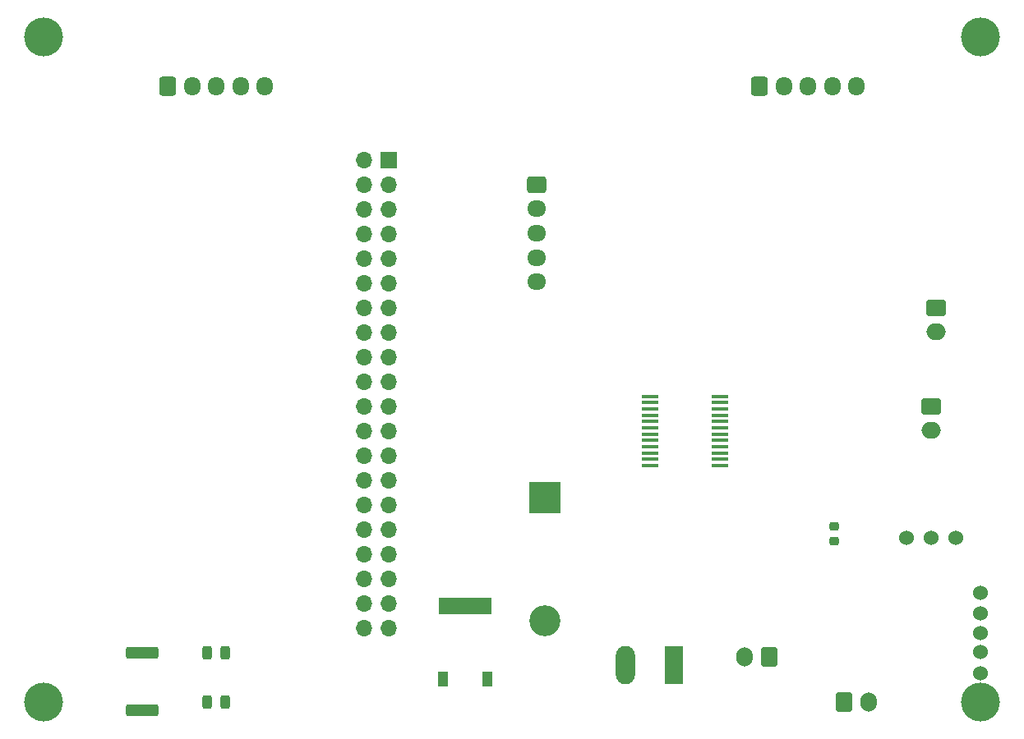
<source format=gts>
%TF.GenerationSoftware,KiCad,Pcbnew,(6.0.6)*%
%TF.CreationDate,2022-07-05T22:30:03+09:00*%
%TF.ProjectId,arliss,61726c69-7373-42e6-9b69-6361645f7063,rev?*%
%TF.SameCoordinates,Original*%
%TF.FileFunction,Soldermask,Top*%
%TF.FilePolarity,Negative*%
%FSLAX46Y46*%
G04 Gerber Fmt 4.6, Leading zero omitted, Abs format (unit mm)*
G04 Created by KiCad (PCBNEW (6.0.6)) date 2022-07-05 22:30:03*
%MOMM*%
%LPD*%
G01*
G04 APERTURE LIST*
G04 Aperture macros list*
%AMRoundRect*
0 Rectangle with rounded corners*
0 $1 Rounding radius*
0 $2 $3 $4 $5 $6 $7 $8 $9 X,Y pos of 4 corners*
0 Add a 4 corners polygon primitive as box body*
4,1,4,$2,$3,$4,$5,$6,$7,$8,$9,$2,$3,0*
0 Add four circle primitives for the rounded corners*
1,1,$1+$1,$2,$3*
1,1,$1+$1,$4,$5*
1,1,$1+$1,$6,$7*
1,1,$1+$1,$8,$9*
0 Add four rect primitives between the rounded corners*
20,1,$1+$1,$2,$3,$4,$5,0*
20,1,$1+$1,$4,$5,$6,$7,0*
20,1,$1+$1,$6,$7,$8,$9,0*
20,1,$1+$1,$8,$9,$2,$3,0*%
G04 Aperture macros list end*
%ADD10C,4.000000*%
%ADD11RoundRect,0.250000X-0.600000X-0.725000X0.600000X-0.725000X0.600000X0.725000X-0.600000X0.725000X0*%
%ADD12O,1.700000X1.950000*%
%ADD13R,1.700000X1.700000*%
%ADD14O,1.700000X1.700000*%
%ADD15RoundRect,0.243750X-0.243750X-0.456250X0.243750X-0.456250X0.243750X0.456250X-0.243750X0.456250X0*%
%ADD16C,1.524000*%
%ADD17R,1.000000X1.500000*%
%ADD18R,5.400000X1.700000*%
%ADD19R,3.200000X3.200000*%
%ADD20O,3.200000X3.200000*%
%ADD21RoundRect,0.250000X-0.750000X0.600000X-0.750000X-0.600000X0.750000X-0.600000X0.750000X0.600000X0*%
%ADD22O,2.000000X1.700000*%
%ADD23RoundRect,0.250000X-0.725000X0.600000X-0.725000X-0.600000X0.725000X-0.600000X0.725000X0.600000X0*%
%ADD24O,1.950000X1.700000*%
%ADD25RoundRect,0.250000X-0.600000X-0.750000X0.600000X-0.750000X0.600000X0.750000X-0.600000X0.750000X0*%
%ADD26O,1.700000X2.000000*%
%ADD27RoundRect,0.250000X0.600000X0.750000X-0.600000X0.750000X-0.600000X-0.750000X0.600000X-0.750000X0*%
%ADD28RoundRect,0.250000X1.425000X-0.362500X1.425000X0.362500X-1.425000X0.362500X-1.425000X-0.362500X0*%
%ADD29R,1.980000X3.960000*%
%ADD30O,1.980000X3.960000*%
%ADD31RoundRect,0.225000X-0.250000X0.225000X-0.250000X-0.225000X0.250000X-0.225000X0.250000X0.225000X0*%
%ADD32R,1.750000X0.450000*%
G04 APERTURE END LIST*
D10*
%TO.C,REF\u002A\u002A*%
X78740000Y-53340000D03*
%TD*%
D11*
%TO.C,GPS_MAXB1*%
X91520000Y-58412500D03*
D12*
X94020000Y-58412500D03*
X96520000Y-58412500D03*
X99020000Y-58412500D03*
X101520000Y-58412500D03*
%TD*%
D13*
%TO.C,J1*%
X114300000Y-66040000D03*
D14*
X111760000Y-66040000D03*
X114300000Y-68580000D03*
X111760000Y-68580000D03*
X114300000Y-71120000D03*
X111760000Y-71120000D03*
X114300000Y-73660000D03*
X111760000Y-73660000D03*
X114300000Y-76200000D03*
X111760000Y-76200000D03*
X114300000Y-78740000D03*
X111760000Y-78740000D03*
X114300000Y-81280000D03*
X111760000Y-81280000D03*
X114300000Y-83820000D03*
X111760000Y-83820000D03*
X114300000Y-86360000D03*
X111760000Y-86360000D03*
X114300000Y-88900000D03*
X111760000Y-88900000D03*
X114300000Y-91440000D03*
X111760000Y-91440000D03*
X114300000Y-93980000D03*
X111760000Y-93980000D03*
X114300000Y-96520000D03*
X111760000Y-96520000D03*
X114300000Y-99060000D03*
X111760000Y-99060000D03*
X114300000Y-101600000D03*
X111760000Y-101600000D03*
X114300000Y-104140000D03*
X111760000Y-104140000D03*
X114300000Y-106680000D03*
X111760000Y-106680000D03*
X114300000Y-109220000D03*
X111760000Y-109220000D03*
X114300000Y-111760000D03*
X111760000Y-111760000D03*
X114300000Y-114300000D03*
X111760000Y-114300000D03*
%TD*%
D15*
%TO.C,LED2*%
X95582500Y-116840000D03*
X97457500Y-116840000D03*
%TD*%
D16*
%TO.C,3V3Regu1*%
X172700000Y-104975000D03*
X170160000Y-104975000D03*
X167620000Y-104975000D03*
%TD*%
D17*
%TO.C,MOSFET1*%
X119870000Y-119570000D03*
D18*
X122170000Y-112020000D03*
D17*
X124470000Y-119570000D03*
%TD*%
D19*
%TO.C,stranger1*%
X130400000Y-100850000D03*
D20*
X130400000Y-113550000D03*
%TD*%
D15*
%TO.C,LED1*%
X95582500Y-121920000D03*
X97457500Y-121920000D03*
%TD*%
D21*
%TO.C,Motor_2*%
X170180000Y-91440000D03*
D22*
X170180000Y-93940000D03*
%TD*%
D16*
%TO.C,S1*%
X175200000Y-114800000D03*
X175200000Y-116800000D03*
X175200000Y-118950000D03*
X175200000Y-112800000D03*
X175200000Y-110650000D03*
%TD*%
D21*
%TO.C,Motor_1*%
X170630000Y-81280000D03*
D22*
X170630000Y-83780000D03*
%TD*%
D23*
%TO.C,Balom1*%
X129540000Y-68580000D03*
D24*
X129540000Y-71080000D03*
X129540000Y-73580000D03*
X129540000Y-76080000D03*
X129540000Y-78580000D03*
%TD*%
D25*
%TO.C,release_detect1*%
X161200000Y-121920000D03*
D26*
X163700000Y-121920000D03*
%TD*%
D27*
%TO.C,NiCr_Wire1*%
X153450000Y-117267500D03*
D26*
X150950000Y-117267500D03*
%TD*%
D11*
%TO.C,9axis1*%
X152480000Y-58412500D03*
D12*
X154980000Y-58412500D03*
X157480000Y-58412500D03*
X159980000Y-58412500D03*
X162480000Y-58412500D03*
%TD*%
D28*
%TO.C,R1*%
X88900000Y-122765000D03*
X88900000Y-116840000D03*
%TD*%
D10*
%TO.C,REF\u002A\u002A*%
X78740000Y-121920000D03*
%TD*%
%TO.C,REF\u002A\u002A*%
X175260000Y-53340000D03*
%TD*%
D29*
%TO.C,J2*%
X143635000Y-118090000D03*
D30*
X138635000Y-118090000D03*
%TD*%
D31*
%TO.C,3.3\u03BCF1*%
X160200000Y-103775000D03*
X160200000Y-105325000D03*
%TD*%
D10*
%TO.C,REF\u002A\u002A*%
X175260000Y-121920000D03*
%TD*%
D32*
%TO.C,U1*%
X148380000Y-97555000D03*
X148380000Y-96905000D03*
X148380000Y-96255000D03*
X148380000Y-95605000D03*
X148380000Y-94955000D03*
X148380000Y-94305000D03*
X148380000Y-93655000D03*
X148380000Y-93005000D03*
X148380000Y-92355000D03*
X148380000Y-91705000D03*
X148380000Y-91055000D03*
X148380000Y-90405000D03*
X141180000Y-90405000D03*
X141180000Y-91055000D03*
X141180000Y-91705000D03*
X141180000Y-92355000D03*
X141180000Y-93005000D03*
X141180000Y-93655000D03*
X141180000Y-94305000D03*
X141180000Y-94955000D03*
X141180000Y-95605000D03*
X141180000Y-96255000D03*
X141180000Y-96905000D03*
X141180000Y-97555000D03*
%TD*%
M02*

</source>
